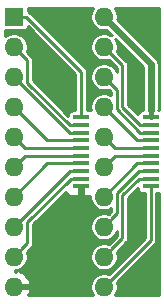
<source format=gbr>
G04 #@! TF.GenerationSoftware,KiCad,Pcbnew,(5.1.5)-3*
G04 #@! TF.CreationDate,2020-06-23T05:41:58-04:00*
G04 #@! TF.ProjectId,dip20tssop,64697032-3074-4737-936f-702e6b696361,rev?*
G04 #@! TF.SameCoordinates,Original*
G04 #@! TF.FileFunction,Copper,L1,Top*
G04 #@! TF.FilePolarity,Positive*
%FSLAX46Y46*%
G04 Gerber Fmt 4.6, Leading zero omitted, Abs format (unit mm)*
G04 Created by KiCad (PCBNEW (5.1.5)-3) date 2020-06-23 05:41:58*
%MOMM*%
%LPD*%
G04 APERTURE LIST*
%ADD10R,1.600000X1.600000*%
%ADD11O,1.600000X1.600000*%
%ADD12R,1.450000X0.450000*%
%ADD13C,0.800000*%
%ADD14C,0.250000*%
%ADD15C,0.400000*%
%ADD16C,0.600000*%
%ADD17C,0.239000*%
G04 APERTURE END LIST*
D10*
X106680000Y-71120000D03*
D11*
X114300000Y-93980000D03*
X106680000Y-73660000D03*
X114300000Y-91440000D03*
X106680000Y-76200000D03*
X114300000Y-88900000D03*
X106680000Y-78740000D03*
X114300000Y-86360000D03*
X106680000Y-81280000D03*
X114300000Y-83820000D03*
X106680000Y-83820000D03*
X114300000Y-81280000D03*
X106680000Y-86360000D03*
X114300000Y-78740000D03*
X106680000Y-88900000D03*
X114300000Y-76200000D03*
X106680000Y-91440000D03*
X114300000Y-73660000D03*
X106680000Y-93980000D03*
X114300000Y-71120000D03*
D12*
X112366000Y-79625000D03*
X112366000Y-80275000D03*
X112366000Y-80925000D03*
X112366000Y-81575000D03*
X112366000Y-82225000D03*
X112366000Y-82875000D03*
X112366000Y-83525000D03*
X112366000Y-84175000D03*
X112366000Y-84825000D03*
X112366000Y-85475000D03*
X118266000Y-85475000D03*
X118266000Y-84825000D03*
X118266000Y-84175000D03*
X118266000Y-83525000D03*
X118266000Y-82875000D03*
X118266000Y-82225000D03*
X118266000Y-81575000D03*
X118266000Y-80925000D03*
X118266000Y-80275000D03*
X118266000Y-79625000D03*
D13*
X110490000Y-87122000D03*
X117856000Y-71755000D03*
X110490000Y-71755000D03*
X108712000Y-73914000D03*
X116967000Y-76835000D03*
X116967000Y-92964000D03*
D14*
X107730000Y-71120000D02*
X106680000Y-71120000D01*
X112366000Y-75756000D02*
X107730000Y-71120000D01*
X112366000Y-79625000D02*
X112366000Y-75756000D01*
X107479999Y-74459999D02*
X106680000Y-73660000D01*
X107805001Y-76689001D02*
X107805001Y-74785001D01*
X107805001Y-74785001D02*
X107479999Y-74459999D01*
X111391000Y-80275000D02*
X107805001Y-76689001D01*
X112366000Y-80275000D02*
X111391000Y-80275000D01*
X107805001Y-90314999D02*
X107479999Y-90640001D01*
X107479999Y-90640001D02*
X106680000Y-91440000D01*
X107805001Y-88500997D02*
X107805001Y-90314999D01*
X111480998Y-84825000D02*
X107805001Y-88500997D01*
X112366000Y-84825000D02*
X111480998Y-84825000D01*
X106680000Y-76214000D02*
X106680000Y-76200000D01*
X111391000Y-80925000D02*
X106680000Y-76214000D01*
X112366000Y-80925000D02*
X111391000Y-80925000D01*
X109515000Y-81575000D02*
X106680000Y-78740000D01*
X112366000Y-81575000D02*
X109515000Y-81575000D01*
X118266000Y-90014000D02*
X114300000Y-93980000D01*
X118266000Y-85475000D02*
X118266000Y-90014000D01*
X107625000Y-82225000D02*
X106680000Y-81280000D01*
X112366000Y-82225000D02*
X107625000Y-82225000D01*
X115099999Y-90640001D02*
X114300000Y-91440000D01*
X115875011Y-89864989D02*
X115099999Y-90640001D01*
X115875011Y-86240989D02*
X115875011Y-89864989D01*
X117291000Y-84825000D02*
X115875011Y-86240989D01*
X118266000Y-84825000D02*
X117291000Y-84825000D01*
X107625000Y-82875000D02*
X106680000Y-83820000D01*
X112366000Y-82875000D02*
X107625000Y-82875000D01*
X115099999Y-88100001D02*
X114300000Y-88900000D01*
X115425001Y-86040999D02*
X115425001Y-87774999D01*
X117291000Y-84175000D02*
X115425001Y-86040999D01*
X115425001Y-87774999D02*
X115099999Y-88100001D01*
X118266000Y-84175000D02*
X117291000Y-84175000D01*
D15*
X118266000Y-79000000D02*
X118260000Y-78994000D01*
X118266000Y-79625000D02*
X118266000Y-79000000D01*
D16*
X118266000Y-75086000D02*
X114300000Y-71120000D01*
X118266000Y-79000000D02*
X118266000Y-75086000D01*
D14*
X117135000Y-83525000D02*
X114300000Y-86360000D01*
X118266000Y-83525000D02*
X117135000Y-83525000D01*
X109515000Y-83525000D02*
X106680000Y-86360000D01*
X112366000Y-83525000D02*
X109515000Y-83525000D01*
X115245000Y-82875000D02*
X114300000Y-83820000D01*
X118266000Y-82875000D02*
X115245000Y-82875000D01*
D15*
X112268000Y-85573000D02*
X112366000Y-85475000D01*
X112268000Y-86741000D02*
X112268000Y-85573000D01*
X110490000Y-87122000D02*
X111887000Y-87122000D01*
X111887000Y-87122000D02*
X112268000Y-86741000D01*
D14*
X115245000Y-82225000D02*
X114300000Y-81280000D01*
X118266000Y-82225000D02*
X115245000Y-82225000D01*
X117135000Y-81575000D02*
X114300000Y-78740000D01*
X118266000Y-81575000D02*
X117135000Y-81575000D01*
X106680000Y-88886000D02*
X106680000Y-88900000D01*
X111391000Y-84175000D02*
X106680000Y-88886000D01*
X112366000Y-84175000D02*
X111391000Y-84175000D01*
X115099999Y-76999999D02*
X114300000Y-76200000D01*
X115425001Y-78969003D02*
X115425001Y-77325001D01*
X115425001Y-77325001D02*
X115099999Y-76999999D01*
X117380998Y-80925000D02*
X115425001Y-78969003D01*
X118266000Y-80925000D02*
X117380998Y-80925000D01*
X115875011Y-75235011D02*
X115099999Y-74459999D01*
X115875011Y-78769013D02*
X115875011Y-75235011D01*
X117380998Y-80275000D02*
X115875011Y-78769013D01*
X115099999Y-74459999D02*
X114300000Y-73660000D01*
X118266000Y-80275000D02*
X117380998Y-80275000D01*
D17*
G36*
X118961500Y-94704500D02*
G01*
X115209220Y-94704500D01*
X115326649Y-94528755D01*
X115413979Y-94317922D01*
X115458500Y-94094102D01*
X115458500Y-93865898D01*
X115413979Y-93642078D01*
X115386949Y-93576823D01*
X118591098Y-90372675D01*
X118609540Y-90357540D01*
X118624675Y-90339098D01*
X118624679Y-90339094D01*
X118669960Y-90283919D01*
X118714857Y-90199923D01*
X118725906Y-90163498D01*
X118742504Y-90108782D01*
X118749500Y-90037749D01*
X118749500Y-90037739D01*
X118751838Y-90014000D01*
X118749500Y-89990261D01*
X118749500Y-86060234D01*
X118961500Y-86060234D01*
X118961500Y-94704500D01*
G37*
X118961500Y-94704500D02*
X115209220Y-94704500D01*
X115326649Y-94528755D01*
X115413979Y-94317922D01*
X115458500Y-94094102D01*
X115458500Y-93865898D01*
X115413979Y-93642078D01*
X115386949Y-93576823D01*
X118591098Y-90372675D01*
X118609540Y-90357540D01*
X118624675Y-90339098D01*
X118624679Y-90339094D01*
X118669960Y-90283919D01*
X118714857Y-90199923D01*
X118725906Y-90163498D01*
X118742504Y-90108782D01*
X118749500Y-90037749D01*
X118749500Y-90037739D01*
X118751838Y-90014000D01*
X118749500Y-89990261D01*
X118749500Y-86060234D01*
X118961500Y-86060234D01*
X118961500Y-94704500D01*
G36*
X112520500Y-85580500D02*
G01*
X112500500Y-85580500D01*
X112500500Y-86170625D01*
X112657375Y-86327500D01*
X113079658Y-86330434D01*
X113141500Y-86325464D01*
X113141500Y-86474102D01*
X113186021Y-86697922D01*
X113273351Y-86908755D01*
X113400135Y-87098500D01*
X113561500Y-87259865D01*
X113751245Y-87386649D01*
X113962078Y-87473979D01*
X114185898Y-87518500D01*
X114414102Y-87518500D01*
X114637922Y-87473979D01*
X114848755Y-87386649D01*
X114941502Y-87324677D01*
X114941502Y-87574726D01*
X114703177Y-87813051D01*
X114637922Y-87786021D01*
X114414102Y-87741500D01*
X114185898Y-87741500D01*
X113962078Y-87786021D01*
X113751245Y-87873351D01*
X113561500Y-88000135D01*
X113400135Y-88161500D01*
X113273351Y-88351245D01*
X113186021Y-88562078D01*
X113141500Y-88785898D01*
X113141500Y-89014102D01*
X113186021Y-89237922D01*
X113273351Y-89448755D01*
X113400135Y-89638500D01*
X113561500Y-89799865D01*
X113751245Y-89926649D01*
X113962078Y-90013979D01*
X114185898Y-90058500D01*
X114414102Y-90058500D01*
X114637922Y-90013979D01*
X114848755Y-89926649D01*
X115038500Y-89799865D01*
X115199865Y-89638500D01*
X115326649Y-89448755D01*
X115391512Y-89292162D01*
X115391512Y-89664716D01*
X114703177Y-90353051D01*
X114637922Y-90326021D01*
X114414102Y-90281500D01*
X114185898Y-90281500D01*
X113962078Y-90326021D01*
X113751245Y-90413351D01*
X113561500Y-90540135D01*
X113400135Y-90701500D01*
X113273351Y-90891245D01*
X113186021Y-91102078D01*
X113141500Y-91325898D01*
X113141500Y-91554102D01*
X113186021Y-91777922D01*
X113273351Y-91988755D01*
X113400135Y-92178500D01*
X113561500Y-92339865D01*
X113751245Y-92466649D01*
X113962078Y-92553979D01*
X114185898Y-92598500D01*
X114414102Y-92598500D01*
X114637922Y-92553979D01*
X114848755Y-92466649D01*
X115038500Y-92339865D01*
X115199865Y-92178500D01*
X115326649Y-91988755D01*
X115413979Y-91777922D01*
X115458500Y-91554102D01*
X115458500Y-91325898D01*
X115413979Y-91102078D01*
X115386949Y-91036823D01*
X116200104Y-90223668D01*
X116218551Y-90208529D01*
X116278971Y-90134907D01*
X116323868Y-90050912D01*
X116351515Y-89959771D01*
X116358511Y-89888738D01*
X116358511Y-89888729D01*
X116360849Y-89864990D01*
X116358511Y-89841251D01*
X116358511Y-86441261D01*
X117180766Y-85619006D01*
X117180766Y-85700000D01*
X117187688Y-85770278D01*
X117208187Y-85837856D01*
X117241476Y-85900135D01*
X117286276Y-85954724D01*
X117340865Y-85999524D01*
X117403144Y-86032813D01*
X117470722Y-86053312D01*
X117541000Y-86060234D01*
X117782500Y-86060234D01*
X117782501Y-89813726D01*
X114703177Y-92893051D01*
X114637922Y-92866021D01*
X114414102Y-92821500D01*
X114185898Y-92821500D01*
X113962078Y-92866021D01*
X113751245Y-92953351D01*
X113561500Y-93080135D01*
X113400135Y-93241500D01*
X113273351Y-93431245D01*
X113186021Y-93642078D01*
X113141500Y-93865898D01*
X113141500Y-94094102D01*
X113186021Y-94317922D01*
X113273351Y-94528755D01*
X113390780Y-94704500D01*
X107909738Y-94704500D01*
X108026922Y-94452836D01*
X108062613Y-94335161D01*
X107943486Y-94114500D01*
X106814500Y-94114500D01*
X106814500Y-94134500D01*
X106545500Y-94134500D01*
X106545500Y-94114500D01*
X106525500Y-94114500D01*
X106525500Y-93845500D01*
X106545500Y-93845500D01*
X106545500Y-93825500D01*
X106814500Y-93825500D01*
X106814500Y-93845500D01*
X107943486Y-93845500D01*
X108062613Y-93624839D01*
X108026922Y-93507164D01*
X107908796Y-93253478D01*
X107743448Y-93027712D01*
X107537232Y-92838542D01*
X107298073Y-92693237D01*
X107035162Y-92597382D01*
X106814502Y-92715719D01*
X106814502Y-92594442D01*
X107017922Y-92553979D01*
X107228755Y-92466649D01*
X107418500Y-92339865D01*
X107579865Y-92178500D01*
X107706649Y-91988755D01*
X107793979Y-91777922D01*
X107838500Y-91554102D01*
X107838500Y-91325898D01*
X107793979Y-91102078D01*
X107766949Y-91036823D01*
X108130094Y-90673678D01*
X108148541Y-90658539D01*
X108166677Y-90636441D01*
X108208961Y-90584918D01*
X108253858Y-90500922D01*
X108257018Y-90490504D01*
X108281505Y-90409781D01*
X108288501Y-90338748D01*
X108288501Y-90338739D01*
X108290839Y-90315000D01*
X108288501Y-90291261D01*
X108288501Y-88701269D01*
X111056824Y-85932946D01*
X111062895Y-85951735D01*
X111123114Y-86059681D01*
X111203236Y-86153804D01*
X111300180Y-86230488D01*
X111410222Y-86286785D01*
X111529132Y-86320533D01*
X111652342Y-86330434D01*
X112074625Y-86327500D01*
X112231500Y-86170625D01*
X112231500Y-85580500D01*
X112211500Y-85580500D01*
X112211500Y-85410234D01*
X112520500Y-85410234D01*
X112520500Y-85580500D01*
G37*
X112520500Y-85580500D02*
X112500500Y-85580500D01*
X112500500Y-86170625D01*
X112657375Y-86327500D01*
X113079658Y-86330434D01*
X113141500Y-86325464D01*
X113141500Y-86474102D01*
X113186021Y-86697922D01*
X113273351Y-86908755D01*
X113400135Y-87098500D01*
X113561500Y-87259865D01*
X113751245Y-87386649D01*
X113962078Y-87473979D01*
X114185898Y-87518500D01*
X114414102Y-87518500D01*
X114637922Y-87473979D01*
X114848755Y-87386649D01*
X114941502Y-87324677D01*
X114941502Y-87574726D01*
X114703177Y-87813051D01*
X114637922Y-87786021D01*
X114414102Y-87741500D01*
X114185898Y-87741500D01*
X113962078Y-87786021D01*
X113751245Y-87873351D01*
X113561500Y-88000135D01*
X113400135Y-88161500D01*
X113273351Y-88351245D01*
X113186021Y-88562078D01*
X113141500Y-88785898D01*
X113141500Y-89014102D01*
X113186021Y-89237922D01*
X113273351Y-89448755D01*
X113400135Y-89638500D01*
X113561500Y-89799865D01*
X113751245Y-89926649D01*
X113962078Y-90013979D01*
X114185898Y-90058500D01*
X114414102Y-90058500D01*
X114637922Y-90013979D01*
X114848755Y-89926649D01*
X115038500Y-89799865D01*
X115199865Y-89638500D01*
X115326649Y-89448755D01*
X115391512Y-89292162D01*
X115391512Y-89664716D01*
X114703177Y-90353051D01*
X114637922Y-90326021D01*
X114414102Y-90281500D01*
X114185898Y-90281500D01*
X113962078Y-90326021D01*
X113751245Y-90413351D01*
X113561500Y-90540135D01*
X113400135Y-90701500D01*
X113273351Y-90891245D01*
X113186021Y-91102078D01*
X113141500Y-91325898D01*
X113141500Y-91554102D01*
X113186021Y-91777922D01*
X113273351Y-91988755D01*
X113400135Y-92178500D01*
X113561500Y-92339865D01*
X113751245Y-92466649D01*
X113962078Y-92553979D01*
X114185898Y-92598500D01*
X114414102Y-92598500D01*
X114637922Y-92553979D01*
X114848755Y-92466649D01*
X115038500Y-92339865D01*
X115199865Y-92178500D01*
X115326649Y-91988755D01*
X115413979Y-91777922D01*
X115458500Y-91554102D01*
X115458500Y-91325898D01*
X115413979Y-91102078D01*
X115386949Y-91036823D01*
X116200104Y-90223668D01*
X116218551Y-90208529D01*
X116278971Y-90134907D01*
X116323868Y-90050912D01*
X116351515Y-89959771D01*
X116358511Y-89888738D01*
X116358511Y-89888729D01*
X116360849Y-89864990D01*
X116358511Y-89841251D01*
X116358511Y-86441261D01*
X117180766Y-85619006D01*
X117180766Y-85700000D01*
X117187688Y-85770278D01*
X117208187Y-85837856D01*
X117241476Y-85900135D01*
X117286276Y-85954724D01*
X117340865Y-85999524D01*
X117403144Y-86032813D01*
X117470722Y-86053312D01*
X117541000Y-86060234D01*
X117782500Y-86060234D01*
X117782501Y-89813726D01*
X114703177Y-92893051D01*
X114637922Y-92866021D01*
X114414102Y-92821500D01*
X114185898Y-92821500D01*
X113962078Y-92866021D01*
X113751245Y-92953351D01*
X113561500Y-93080135D01*
X113400135Y-93241500D01*
X113273351Y-93431245D01*
X113186021Y-93642078D01*
X113141500Y-93865898D01*
X113141500Y-94094102D01*
X113186021Y-94317922D01*
X113273351Y-94528755D01*
X113390780Y-94704500D01*
X107909738Y-94704500D01*
X108026922Y-94452836D01*
X108062613Y-94335161D01*
X107943486Y-94114500D01*
X106814500Y-94114500D01*
X106814500Y-94134500D01*
X106545500Y-94134500D01*
X106545500Y-94114500D01*
X106525500Y-94114500D01*
X106525500Y-93845500D01*
X106545500Y-93845500D01*
X106545500Y-93825500D01*
X106814500Y-93825500D01*
X106814500Y-93845500D01*
X107943486Y-93845500D01*
X108062613Y-93624839D01*
X108026922Y-93507164D01*
X107908796Y-93253478D01*
X107743448Y-93027712D01*
X107537232Y-92838542D01*
X107298073Y-92693237D01*
X107035162Y-92597382D01*
X106814502Y-92715719D01*
X106814502Y-92594442D01*
X107017922Y-92553979D01*
X107228755Y-92466649D01*
X107418500Y-92339865D01*
X107579865Y-92178500D01*
X107706649Y-91988755D01*
X107793979Y-91777922D01*
X107838500Y-91554102D01*
X107838500Y-91325898D01*
X107793979Y-91102078D01*
X107766949Y-91036823D01*
X108130094Y-90673678D01*
X108148541Y-90658539D01*
X108166677Y-90636441D01*
X108208961Y-90584918D01*
X108253858Y-90500922D01*
X108257018Y-90490504D01*
X108281505Y-90409781D01*
X108288501Y-90338748D01*
X108288501Y-90338739D01*
X108290839Y-90315000D01*
X108288501Y-90291261D01*
X108288501Y-88701269D01*
X111056824Y-85932946D01*
X111062895Y-85951735D01*
X111123114Y-86059681D01*
X111203236Y-86153804D01*
X111300180Y-86230488D01*
X111410222Y-86286785D01*
X111529132Y-86320533D01*
X111652342Y-86330434D01*
X112074625Y-86327500D01*
X112231500Y-86170625D01*
X112231500Y-85580500D01*
X112211500Y-85580500D01*
X112211500Y-85410234D01*
X112520500Y-85410234D01*
X112520500Y-85580500D01*
G36*
X111882501Y-75956274D02*
G01*
X111882500Y-79039766D01*
X111641000Y-79039766D01*
X111570722Y-79046688D01*
X111503144Y-79067187D01*
X111440865Y-79100476D01*
X111386276Y-79145276D01*
X111341476Y-79199865D01*
X111308187Y-79262144D01*
X111287688Y-79329722D01*
X111280766Y-79400000D01*
X111280766Y-79480994D01*
X108288501Y-76488729D01*
X108288501Y-74808739D01*
X108290839Y-74785000D01*
X108288501Y-74761261D01*
X108288501Y-74761252D01*
X108281505Y-74690219D01*
X108253858Y-74599078D01*
X108232898Y-74559865D01*
X108208961Y-74515082D01*
X108163680Y-74459908D01*
X108148541Y-74441461D01*
X108130094Y-74426322D01*
X107766949Y-74063177D01*
X107793979Y-73997922D01*
X107838500Y-73774102D01*
X107838500Y-73545898D01*
X107793979Y-73322078D01*
X107706649Y-73111245D01*
X107579865Y-72921500D01*
X107418500Y-72760135D01*
X107228755Y-72633351D01*
X107017922Y-72546021D01*
X106794102Y-72501500D01*
X106565898Y-72501500D01*
X106342078Y-72546021D01*
X106131245Y-72633351D01*
X105955500Y-72750780D01*
X105955500Y-72280234D01*
X107480000Y-72280234D01*
X107550278Y-72273312D01*
X107617856Y-72252813D01*
X107680135Y-72219524D01*
X107734724Y-72174724D01*
X107779524Y-72120135D01*
X107812813Y-72057856D01*
X107833312Y-71990278D01*
X107840234Y-71920000D01*
X107840234Y-71914006D01*
X111882501Y-75956274D01*
G37*
X111882501Y-75956274D02*
X111882500Y-79039766D01*
X111641000Y-79039766D01*
X111570722Y-79046688D01*
X111503144Y-79067187D01*
X111440865Y-79100476D01*
X111386276Y-79145276D01*
X111341476Y-79199865D01*
X111308187Y-79262144D01*
X111287688Y-79329722D01*
X111280766Y-79400000D01*
X111280766Y-79480994D01*
X108288501Y-76488729D01*
X108288501Y-74808739D01*
X108290839Y-74785000D01*
X108288501Y-74761261D01*
X108288501Y-74761252D01*
X108281505Y-74690219D01*
X108253858Y-74599078D01*
X108232898Y-74559865D01*
X108208961Y-74515082D01*
X108163680Y-74459908D01*
X108148541Y-74441461D01*
X108130094Y-74426322D01*
X107766949Y-74063177D01*
X107793979Y-73997922D01*
X107838500Y-73774102D01*
X107838500Y-73545898D01*
X107793979Y-73322078D01*
X107706649Y-73111245D01*
X107579865Y-72921500D01*
X107418500Y-72760135D01*
X107228755Y-72633351D01*
X107017922Y-72546021D01*
X106794102Y-72501500D01*
X106565898Y-72501500D01*
X106342078Y-72546021D01*
X106131245Y-72633351D01*
X105955500Y-72750780D01*
X105955500Y-72280234D01*
X107480000Y-72280234D01*
X107550278Y-72273312D01*
X107617856Y-72252813D01*
X107680135Y-72219524D01*
X107734724Y-72174724D01*
X107779524Y-72120135D01*
X107812813Y-72057856D01*
X107833312Y-71990278D01*
X107840234Y-71920000D01*
X107840234Y-71914006D01*
X111882501Y-75956274D01*
G36*
X117607501Y-75358761D02*
G01*
X117607500Y-79032347D01*
X117608231Y-79039766D01*
X117541000Y-79039766D01*
X117470722Y-79046688D01*
X117403144Y-79067187D01*
X117340865Y-79100476D01*
X117286276Y-79145276D01*
X117241476Y-79199865D01*
X117208187Y-79262144D01*
X117187688Y-79329722D01*
X117181573Y-79391803D01*
X116358511Y-78568741D01*
X116358511Y-75258749D01*
X116360849Y-75235010D01*
X116358511Y-75211271D01*
X116358511Y-75211262D01*
X116351515Y-75140229D01*
X116323868Y-75049088D01*
X116278971Y-74965093D01*
X116218551Y-74891471D01*
X116200104Y-74876332D01*
X115386949Y-74063177D01*
X115413979Y-73997922D01*
X115458500Y-73774102D01*
X115458500Y-73545898D01*
X115413979Y-73322078D01*
X115326649Y-73111245D01*
X115259519Y-73010779D01*
X117607501Y-75358761D01*
G37*
X117607501Y-75358761D02*
X117607500Y-79032347D01*
X117608231Y-79039766D01*
X117541000Y-79039766D01*
X117470722Y-79046688D01*
X117403144Y-79067187D01*
X117340865Y-79100476D01*
X117286276Y-79145276D01*
X117241476Y-79199865D01*
X117208187Y-79262144D01*
X117187688Y-79329722D01*
X117181573Y-79391803D01*
X116358511Y-78568741D01*
X116358511Y-75258749D01*
X116360849Y-75235010D01*
X116358511Y-75211271D01*
X116358511Y-75211262D01*
X116351515Y-75140229D01*
X116323868Y-75049088D01*
X116278971Y-74965093D01*
X116218551Y-74891471D01*
X116200104Y-74876332D01*
X115386949Y-74063177D01*
X115413979Y-73997922D01*
X115458500Y-73774102D01*
X115458500Y-73545898D01*
X115413979Y-73322078D01*
X115326649Y-73111245D01*
X115259519Y-73010779D01*
X117607501Y-75358761D01*
G36*
X113273351Y-70571245D02*
G01*
X113186021Y-70782078D01*
X113141500Y-71005898D01*
X113141500Y-71234102D01*
X113186021Y-71457922D01*
X113273351Y-71668755D01*
X113400135Y-71858500D01*
X113561500Y-72019865D01*
X113751245Y-72146649D01*
X113962078Y-72233979D01*
X114185898Y-72278500D01*
X114414102Y-72278500D01*
X114508470Y-72259729D01*
X114949222Y-72700481D01*
X114848755Y-72633351D01*
X114637922Y-72546021D01*
X114414102Y-72501500D01*
X114185898Y-72501500D01*
X113962078Y-72546021D01*
X113751245Y-72633351D01*
X113561500Y-72760135D01*
X113400135Y-72921500D01*
X113273351Y-73111245D01*
X113186021Y-73322078D01*
X113141500Y-73545898D01*
X113141500Y-73774102D01*
X113186021Y-73997922D01*
X113273351Y-74208755D01*
X113400135Y-74398500D01*
X113561500Y-74559865D01*
X113751245Y-74686649D01*
X113962078Y-74773979D01*
X114185898Y-74818500D01*
X114414102Y-74818500D01*
X114637922Y-74773979D01*
X114703177Y-74746949D01*
X115391512Y-75435284D01*
X115391512Y-75807838D01*
X115326649Y-75651245D01*
X115199865Y-75461500D01*
X115038500Y-75300135D01*
X114848755Y-75173351D01*
X114637922Y-75086021D01*
X114414102Y-75041500D01*
X114185898Y-75041500D01*
X113962078Y-75086021D01*
X113751245Y-75173351D01*
X113561500Y-75300135D01*
X113400135Y-75461500D01*
X113273351Y-75651245D01*
X113186021Y-75862078D01*
X113141500Y-76085898D01*
X113141500Y-76314102D01*
X113186021Y-76537922D01*
X113273351Y-76748755D01*
X113400135Y-76938500D01*
X113561500Y-77099865D01*
X113751245Y-77226649D01*
X113962078Y-77313979D01*
X114185898Y-77358500D01*
X114414102Y-77358500D01*
X114637922Y-77313979D01*
X114703177Y-77286949D01*
X114941502Y-77525274D01*
X114941502Y-77775323D01*
X114848755Y-77713351D01*
X114637922Y-77626021D01*
X114414102Y-77581500D01*
X114185898Y-77581500D01*
X113962078Y-77626021D01*
X113751245Y-77713351D01*
X113561500Y-77840135D01*
X113400135Y-78001500D01*
X113273351Y-78191245D01*
X113186021Y-78402078D01*
X113141500Y-78625898D01*
X113141500Y-78854102D01*
X113180998Y-79052670D01*
X113161278Y-79046688D01*
X113091000Y-79039766D01*
X112849500Y-79039766D01*
X112849500Y-75779738D01*
X112851838Y-75755999D01*
X112849500Y-75732260D01*
X112849500Y-75732251D01*
X112842504Y-75661218D01*
X112814857Y-75570077D01*
X112769960Y-75486081D01*
X112724679Y-75430906D01*
X112724675Y-75430902D01*
X112709540Y-75412460D01*
X112691098Y-75397325D01*
X108088679Y-70794907D01*
X108073540Y-70776460D01*
X107999918Y-70716040D01*
X107915923Y-70671143D01*
X107840234Y-70648183D01*
X107840234Y-70395500D01*
X113390780Y-70395500D01*
X113273351Y-70571245D01*
G37*
X113273351Y-70571245D02*
X113186021Y-70782078D01*
X113141500Y-71005898D01*
X113141500Y-71234102D01*
X113186021Y-71457922D01*
X113273351Y-71668755D01*
X113400135Y-71858500D01*
X113561500Y-72019865D01*
X113751245Y-72146649D01*
X113962078Y-72233979D01*
X114185898Y-72278500D01*
X114414102Y-72278500D01*
X114508470Y-72259729D01*
X114949222Y-72700481D01*
X114848755Y-72633351D01*
X114637922Y-72546021D01*
X114414102Y-72501500D01*
X114185898Y-72501500D01*
X113962078Y-72546021D01*
X113751245Y-72633351D01*
X113561500Y-72760135D01*
X113400135Y-72921500D01*
X113273351Y-73111245D01*
X113186021Y-73322078D01*
X113141500Y-73545898D01*
X113141500Y-73774102D01*
X113186021Y-73997922D01*
X113273351Y-74208755D01*
X113400135Y-74398500D01*
X113561500Y-74559865D01*
X113751245Y-74686649D01*
X113962078Y-74773979D01*
X114185898Y-74818500D01*
X114414102Y-74818500D01*
X114637922Y-74773979D01*
X114703177Y-74746949D01*
X115391512Y-75435284D01*
X115391512Y-75807838D01*
X115326649Y-75651245D01*
X115199865Y-75461500D01*
X115038500Y-75300135D01*
X114848755Y-75173351D01*
X114637922Y-75086021D01*
X114414102Y-75041500D01*
X114185898Y-75041500D01*
X113962078Y-75086021D01*
X113751245Y-75173351D01*
X113561500Y-75300135D01*
X113400135Y-75461500D01*
X113273351Y-75651245D01*
X113186021Y-75862078D01*
X113141500Y-76085898D01*
X113141500Y-76314102D01*
X113186021Y-76537922D01*
X113273351Y-76748755D01*
X113400135Y-76938500D01*
X113561500Y-77099865D01*
X113751245Y-77226649D01*
X113962078Y-77313979D01*
X114185898Y-77358500D01*
X114414102Y-77358500D01*
X114637922Y-77313979D01*
X114703177Y-77286949D01*
X114941502Y-77525274D01*
X114941502Y-77775323D01*
X114848755Y-77713351D01*
X114637922Y-77626021D01*
X114414102Y-77581500D01*
X114185898Y-77581500D01*
X113962078Y-77626021D01*
X113751245Y-77713351D01*
X113561500Y-77840135D01*
X113400135Y-78001500D01*
X113273351Y-78191245D01*
X113186021Y-78402078D01*
X113141500Y-78625898D01*
X113141500Y-78854102D01*
X113180998Y-79052670D01*
X113161278Y-79046688D01*
X113091000Y-79039766D01*
X112849500Y-79039766D01*
X112849500Y-75779738D01*
X112851838Y-75755999D01*
X112849500Y-75732260D01*
X112849500Y-75732251D01*
X112842504Y-75661218D01*
X112814857Y-75570077D01*
X112769960Y-75486081D01*
X112724679Y-75430906D01*
X112724675Y-75430902D01*
X112709540Y-75412460D01*
X112691098Y-75397325D01*
X108088679Y-70794907D01*
X108073540Y-70776460D01*
X107999918Y-70716040D01*
X107915923Y-70671143D01*
X107840234Y-70648183D01*
X107840234Y-70395500D01*
X113390780Y-70395500D01*
X113273351Y-70571245D01*
G36*
X118961501Y-79039766D02*
G01*
X118923769Y-79039766D01*
X118924500Y-79032348D01*
X118924500Y-75118348D01*
X118927686Y-75086000D01*
X118914972Y-74956911D01*
X118900394Y-74908855D01*
X118877318Y-74832784D01*
X118816172Y-74718387D01*
X118733883Y-74618117D01*
X118708755Y-74597496D01*
X115439729Y-71328470D01*
X115458500Y-71234102D01*
X115458500Y-71005898D01*
X115413979Y-70782078D01*
X115326649Y-70571245D01*
X115209220Y-70395500D01*
X118961501Y-70395500D01*
X118961501Y-79039766D01*
G37*
X118961501Y-79039766D02*
X118923769Y-79039766D01*
X118924500Y-79032348D01*
X118924500Y-75118348D01*
X118927686Y-75086000D01*
X118914972Y-74956911D01*
X118900394Y-74908855D01*
X118877318Y-74832784D01*
X118816172Y-74718387D01*
X118733883Y-74618117D01*
X118708755Y-74597496D01*
X115439729Y-71328470D01*
X115458500Y-71234102D01*
X115458500Y-71005898D01*
X115413979Y-70782078D01*
X115326649Y-70571245D01*
X115209220Y-70395500D01*
X118961501Y-70395500D01*
X118961501Y-79039766D01*
M02*

</source>
